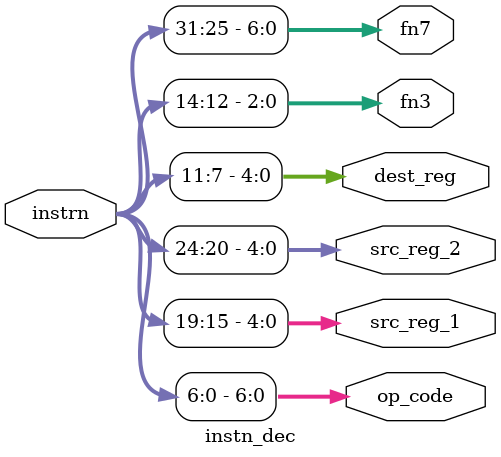
<source format=v>
module instn_dec(instrn,op_code,src_reg_1,src_reg_2,dest_reg,fn3,fn7);
// Designed for 32-bit instruction set of Risc V Arch
input [31:0]instrn;
output reg [6:0]op_code;
output reg [4:0]src_reg_1,src_reg_2,dest_reg;
output reg [2:0]fn3;
output reg [6:0]fn7;

always @ * begin
op_code= instrn[6:0];         
dest_reg= instrn[11:7];            
src_reg_1= instrn[19:15];          
src_reg_2= instrn[24:20];          
fn3= instrn[14:12];       
fn7= instrn[31:25];       
end

endmodule

</source>
